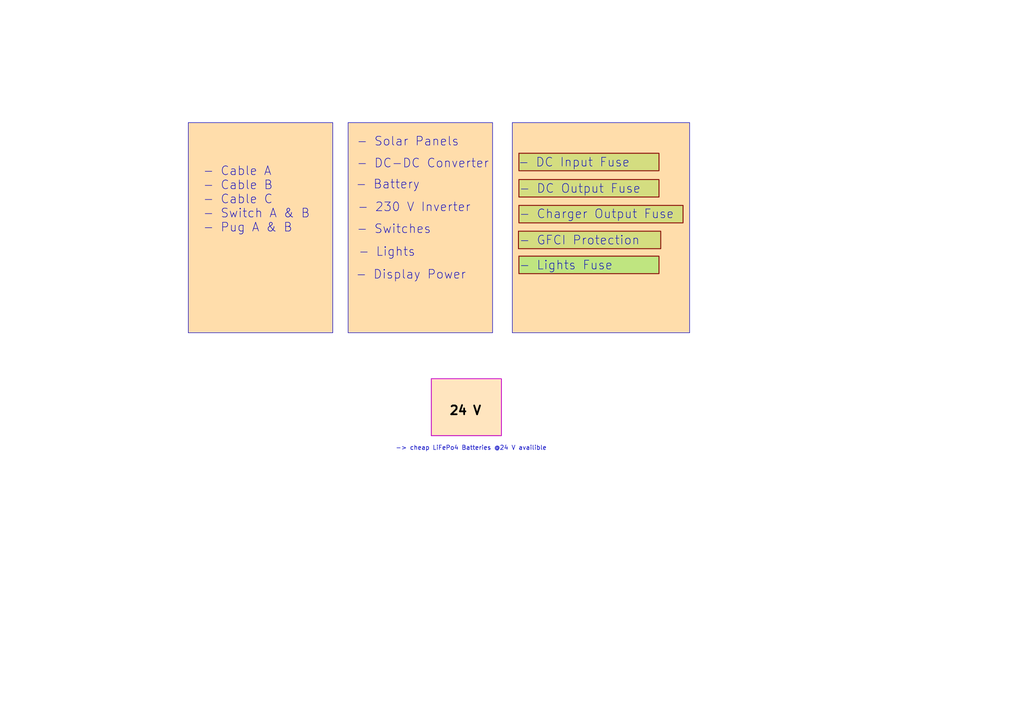
<source format=kicad_sch>
(kicad_sch
	(version 20231120)
	(generator "eeschema")
	(generator_version "8.0")
	(uuid "634547e7-0755-497b-9b3b-9a0a8c8c69de")
	(paper "A4")
	(title_block
		(title "Er Vento - electrical schematic")
		(date "2025-02-20")
		(rev "0.1")
		(company "Christoph")
	)
	(lib_symbols)
	(rectangle
		(start 150.495 74.295)
		(end 191.135 79.375)
		(stroke
			(width 0.254)
			(type default)
			(color 132 0 0 1)
		)
		(fill
			(type color)
			(color 0 255 0 0.25)
		)
		(uuid 2273876f-6bd2-47d5-989f-46b4e8da8d4d)
	)
	(rectangle
		(start 100.965 35.56)
		(end 142.875 96.52)
		(stroke
			(width 0)
			(type default)
			(color 0 0 194 1)
		)
		(fill
			(type color)
			(color 255 153 0 0.33)
		)
		(uuid 5ab8753c-f37b-4dc5-b15d-df1df192e9a8)
	)
	(rectangle
		(start 150.495 52.07)
		(end 191.135 57.15)
		(stroke
			(width 0.254)
			(type default)
			(color 132 0 0 1)
		)
		(fill
			(type color)
			(color 0 255 0 0.25)
		)
		(uuid 92a8d334-6ee9-4dc4-99b2-896663514e81)
	)
	(rectangle
		(start 54.61 35.56)
		(end 96.52 96.52)
		(stroke
			(width 0)
			(type default)
			(color 0 0 194 1)
		)
		(fill
			(type color)
			(color 255 153 0 0.33)
		)
		(uuid 9c31bb89-fc78-433e-95b3-3d085c9c46ce)
	)
	(rectangle
		(start 148.59 35.56)
		(end 200.025 96.52)
		(stroke
			(width 0)
			(type default)
			(color 0 0 194 1)
		)
		(fill
			(type color)
			(color 255 153 0 0.33)
		)
		(uuid af986e29-1967-451c-8d99-1e3f70977acf)
	)
	(rectangle
		(start 150.495 44.45)
		(end 191.135 49.53)
		(stroke
			(width 0.254)
			(type default)
			(color 132 0 0 1)
		)
		(fill
			(type color)
			(color 0 255 0 0.25)
		)
		(uuid cda78789-2fb8-46c3-8451-43e75407e7a8)
	)
	(rectangle
		(start 125.095 109.855)
		(end 145.415 126.365)
		(stroke
			(width 0.254)
			(type default)
			(color 194 0 194 1)
		)
		(fill
			(type color)
			(color 255 229 191 1)
		)
		(uuid cf2620ff-93b4-40ed-bf18-06220b44639a)
	)
	(rectangle
		(start 150.495 59.563)
		(end 198.12 64.643)
		(stroke
			(width 0.254)
			(type default)
			(color 132 0 0 1)
		)
		(fill
			(type color)
			(color 0 255 0 0.25)
		)
		(uuid dd7cc9fb-6e4c-46c1-b1ea-e7bfb4b17901)
	)
	(rectangle
		(start 150.368 67.056)
		(end 191.643 72.136)
		(stroke
			(width 0.254)
			(type default)
			(color 132 0 0 1)
		)
		(fill
			(type color)
			(color 0 255 0 0.25)
		)
		(uuid e203e21c-804c-47b5-ac49-978f163f1fb2)
	)
	(text "- Cable A\n- Cable B\n- Cable C\n- Switch A & B\n- Pug A & B"
		(exclude_from_sim no)
		(at 58.801 57.912 0)
		(effects
			(font
				(size 2.54 2.54)
			)
			(justify left)
		)
		(uuid "0da0b627-aabe-47cc-9d2b-6ce8ef3efdea")
	)
	(text "-> cheap LiFePo4 Batteries @24 V availible\n\n"
		(exclude_from_sim no)
		(at 136.652 131.064 0)
		(effects
			(font
				(size 1.27 1.27)
			)
		)
		(uuid "1950a175-10b1-4ab6-9d8e-8d0289e7e6c1")
	)
	(text "24 V"
		(exclude_from_sim no)
		(at 130.175 119.253 0)
		(effects
			(font
				(size 2.54 2.54)
				(thickness 0.508)
				(bold yes)
				(color 0 0 0 1)
			)
			(justify left)
		)
		(uuid "24659e64-9017-41b0-9aa4-4eda7a46604e")
	)
	(text "- DC-DC Converter"
		(exclude_from_sim no)
		(at 103.378 47.498 0)
		(effects
			(font
				(size 2.54 2.54)
			)
			(justify left)
		)
		(uuid "32f1e862-daf1-4c88-83c5-3b6ff49bb74e")
	)
	(text "- Battery"
		(exclude_from_sim no)
		(at 103.124 53.594 0)
		(effects
			(font
				(size 2.54 2.54)
			)
			(justify left)
		)
		(uuid "3deb3ef9-d671-4736-a449-10ffefdb6f46")
	)
	(text "- GFCI Protection"
		(exclude_from_sim no)
		(at 150.495 69.85 0)
		(effects
			(font
				(size 2.54 2.54)
			)
			(justify left)
		)
		(uuid "3f1a6e5a-a186-4efb-af5a-0f9a0909b26e")
	)
	(text "- Display Power"
		(exclude_from_sim no)
		(at 103.124 79.756 0)
		(effects
			(font
				(size 2.54 2.54)
			)
			(justify left)
		)
		(uuid "5f54d249-d899-41b4-9a61-c2ccd0885c04")
	)
	(text "- Charger Output Fuse"
		(exclude_from_sim no)
		(at 150.495 62.23 0)
		(effects
			(font
				(size 2.54 2.54)
			)
			(justify left)
		)
		(uuid "6b281b32-b8cc-446c-8143-1734f483c9e8")
	)
	(text "- Lights Fuse"
		(exclude_from_sim no)
		(at 150.495 77.089 0)
		(effects
			(font
				(size 2.54 2.54)
			)
			(justify left)
		)
		(uuid "8932990f-6da1-4107-aa21-bf36b32a9874")
	)
	(text "- Lights"
		(exclude_from_sim no)
		(at 103.886 73.152 0)
		(effects
			(font
				(size 2.54 2.54)
			)
			(justify left)
		)
		(uuid "930e28b7-6633-4e4e-a918-fdf072b9917f")
	)
	(text "- DC Output Fuse"
		(exclude_from_sim no)
		(at 150.495 54.864 0)
		(effects
			(font
				(size 2.54 2.54)
			)
			(justify left)
		)
		(uuid "941f921b-1880-40fd-b242-c469d2266934")
	)
	(text "- DC Input Fuse"
		(exclude_from_sim no)
		(at 150.241 47.244 0)
		(effects
			(font
				(size 2.54 2.54)
			)
			(justify left)
		)
		(uuid "a295fac3-41e9-4417-86cb-cfa557e8add5")
	)
	(text "- 230 V Inverter"
		(exclude_from_sim no)
		(at 103.632 60.198 0)
		(effects
			(font
				(size 2.54 2.54)
			)
			(justify left)
		)
		(uuid "aeaa0056-bdc7-42d7-91b0-4a97d328ed50")
	)
	(text "- Switches"
		(exclude_from_sim no)
		(at 103.378 66.548 0)
		(effects
			(font
				(size 2.54 2.54)
			)
			(justify left)
		)
		(uuid "b76fa2b5-f299-4f28-a5d3-ddd99e289cd2")
	)
	(text "- Solar Panels\n"
		(exclude_from_sim no)
		(at 103.378 41.148 0)
		(effects
			(font
				(size 2.54 2.54)
			)
			(justify left)
		)
		(uuid "c3cf63aa-7b0f-4788-a966-da4ce35085c7")
	)
)

</source>
